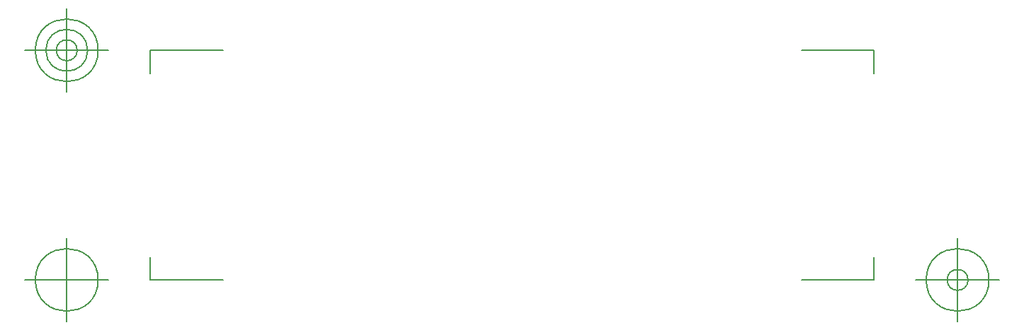
<source format=gbr>
G04 Generated by Ultiboard 14.1 *
%FSLAX34Y34*%
%MOMM*%

%ADD10C,0.0001*%
%ADD11C,0.1270*%


G04 ColorRGB FF14FF for the following layer *
%LNSilkscreen Bottom*%
%LPD*%
G54D10*
G54D11*
X-2540Y-2540D02*
X-2540Y24968D01*
X-2540Y-2540D02*
X83968Y-2540D01*
X862540Y-2540D02*
X776032Y-2540D01*
X862540Y-2540D02*
X862540Y24968D01*
X862540Y272540D02*
X862540Y245032D01*
X862540Y272540D02*
X776032Y272540D01*
X-2540Y272540D02*
X83968Y272540D01*
X-2540Y272540D02*
X-2540Y245032D01*
X-52540Y-2540D02*
X-152540Y-2540D01*
X-102540Y-52540D02*
X-102540Y47460D01*
X-140040Y-2540D02*
G75*
D01*
G02X-140040Y-2540I37500J0*
G01*
X912540Y-2540D02*
X1012540Y-2540D01*
X962540Y-52540D02*
X962540Y47460D01*
X925040Y-2540D02*
G75*
D01*
G02X925040Y-2540I37500J0*
G01*
X950040Y-2540D02*
G75*
D01*
G02X950040Y-2540I12500J0*
G01*
X-52540Y272540D02*
X-152540Y272540D01*
X-102540Y222540D02*
X-102540Y322540D01*
X-140040Y272540D02*
G75*
D01*
G02X-140040Y272540I37500J0*
G01*
X-127540Y272540D02*
G75*
D01*
G02X-127540Y272540I25000J0*
G01*
X-115040Y272540D02*
G75*
D01*
G02X-115040Y272540I12500J0*
G01*

M02*

</source>
